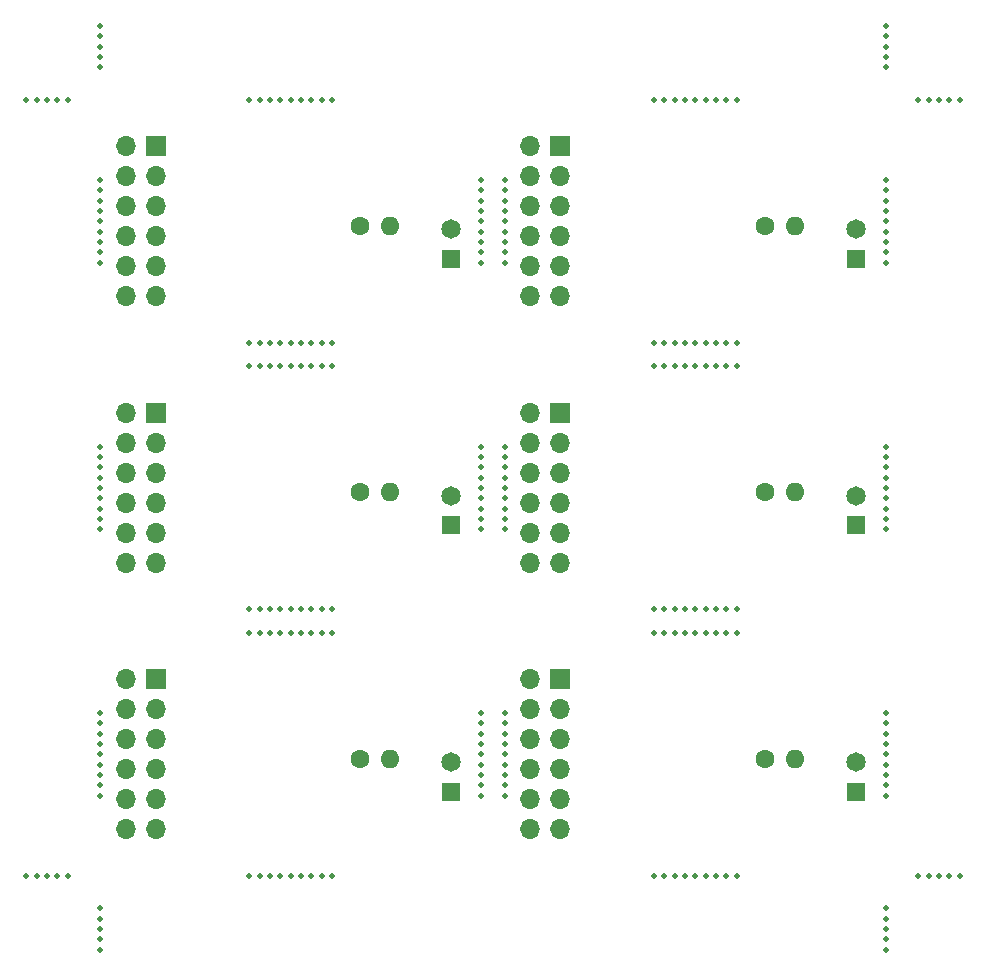
<source format=gbr>
%TF.GenerationSoftware,KiCad,Pcbnew,7.0.9*%
%TF.CreationDate,2024-01-17T02:03:21+09:00*%
%TF.ProjectId,kikit,6b696b69-742e-46b6-9963-61645f706362,rev?*%
%TF.SameCoordinates,Original*%
%TF.FileFunction,Soldermask,Bot*%
%TF.FilePolarity,Negative*%
%FSLAX46Y46*%
G04 Gerber Fmt 4.6, Leading zero omitted, Abs format (unit mm)*
G04 Created by KiCad (PCBNEW 7.0.9) date 2024-01-17 02:03:21*
%MOMM*%
%LPD*%
G01*
G04 APERTURE LIST*
%ADD10C,0.500000*%
%ADD11C,1.600000*%
%ADD12O,1.600000X1.600000*%
%ADD13R,1.700000X1.700000*%
%ADD14O,1.700000X1.700000*%
%ADD15R,1.650000X1.650000*%
%ADD16C,1.650000*%
G04 APERTURE END LIST*
D10*
%TO.C,KiKit_MB_21_5*%
X149500000Y-82435000D03*
%TD*%
%TO.C,KiKit_MB_5_4*%
X149500000Y-38162000D03*
%TD*%
%TO.C,KiKit_MB_13_3*%
X149500000Y-61611000D03*
%TD*%
%TO.C,KiKit_MB_5_5*%
X149500000Y-37287000D03*
%TD*%
%TO.C,KiKit_MB_10_4*%
X147500000Y-58986000D03*
%TD*%
%TO.C,KiKit_MB_20_5*%
X131371000Y-92722000D03*
%TD*%
%TO.C,KiKit_MB_16_5*%
X165629000Y-70148000D03*
%TD*%
%TO.C,KiKit_MB_20_8*%
X128746000Y-92722000D03*
%TD*%
%TO.C,KiKit_MB_15_3*%
X163879000Y-49574000D03*
%TD*%
%TO.C,KiKit_MB_5_9*%
X149500000Y-33787000D03*
%TD*%
%TO.C,KiKit_MB_22_4*%
X181758000Y-81560000D03*
%TD*%
%TO.C,KiKit_MB_9_5*%
X115242000Y-59861000D03*
%TD*%
%TO.C,KiKit_MB_13_5*%
X149500000Y-59861000D03*
%TD*%
%TO.C,KiKit_MB_32_3*%
X184508000Y-92722000D03*
%TD*%
%TO.C,KiKit_MB_12_4*%
X132246000Y-70148000D03*
%TD*%
%TO.C,KiKit_MB_15_2*%
X163004000Y-49574000D03*
%TD*%
%TO.C,KiKit_MB_17_3*%
X115242000Y-84185000D03*
%TD*%
%TO.C,KiKit_MB_16_2*%
X168254000Y-70148000D03*
%TD*%
%TO.C,KiKit_MB_31_6*%
X187133000Y-27000000D03*
%TD*%
D11*
%TO.C,R1*%
X137232000Y-60242000D03*
D12*
X139772000Y-60242000D03*
%TD*%
D10*
%TO.C,KiKit_MB_27_7*%
X115242000Y-98972000D03*
%TD*%
%TO.C,KiKit_MB_1_8*%
X115242000Y-34662000D03*
%TD*%
%TO.C,KiKit_MB_13_2*%
X149500000Y-62486000D03*
%TD*%
%TO.C,KiKit_MB_15_8*%
X168254000Y-49574000D03*
%TD*%
%TO.C,KiKit_MB_14_3*%
X181758000Y-58111000D03*
%TD*%
%TO.C,KiKit_MB_3_3*%
X129621000Y-27000000D03*
%TD*%
%TO.C,KiKit_MB_6_3*%
X181758000Y-35537000D03*
%TD*%
%TO.C,KiKit_MB_8_5*%
X165629000Y-47574000D03*
%TD*%
%TO.C,KiKit_MB_2_1*%
X147500000Y-33787000D03*
%TD*%
%TO.C,KiKit_MB_22_6*%
X181758000Y-83310000D03*
%TD*%
%TO.C,KiKit_MB_18_1*%
X147500000Y-78935000D03*
%TD*%
%TO.C,KiKit_MB_1_4*%
X115242000Y-38162000D03*
%TD*%
%TO.C,KiKit_MB_16_9*%
X162129000Y-70148000D03*
%TD*%
%TO.C,KiKit_MB_17_7*%
X115242000Y-80685000D03*
%TD*%
%TO.C,KiKit_MB_26_6*%
X181758000Y-23375000D03*
%TD*%
%TO.C,KiKit_MB_22_5*%
X181758000Y-82435000D03*
%TD*%
%TO.C,KiKit_MB_7_2*%
X163004000Y-27000000D03*
%TD*%
%TO.C,KiKit_MB_10_1*%
X147500000Y-56361000D03*
%TD*%
%TO.C,KiKit_MB_31_7*%
X188008000Y-27000000D03*
%TD*%
D13*
%TO.C,J2*%
X119941000Y-53511000D03*
D14*
X119941000Y-56051000D03*
X119941000Y-58591000D03*
X119941000Y-61131000D03*
X119941000Y-63671000D03*
X119941000Y-66211000D03*
X117401000Y-53511000D03*
X117401000Y-56051000D03*
X117401000Y-58591000D03*
X117401000Y-61131000D03*
X117401000Y-63671000D03*
X117401000Y-66211000D03*
%TD*%
D10*
%TO.C,KiKit_MB_20_9*%
X127871000Y-92722000D03*
%TD*%
%TO.C,KiKit_MB_31_4*%
X185383000Y-27000000D03*
%TD*%
%TO.C,KiKit_MB_20_2*%
X133996000Y-92722000D03*
%TD*%
%TO.C,KiKit_MB_23_2*%
X163004000Y-72148000D03*
%TD*%
D15*
%TO.C,J1*%
X179218000Y-40462000D03*
D16*
X179218000Y-37962000D03*
%TD*%
D10*
%TO.C,KiKit_MB_17_6*%
X115242000Y-81560000D03*
%TD*%
%TO.C,KiKit_MB_10_5*%
X147500000Y-59861000D03*
%TD*%
D13*
%TO.C,J2*%
X154199000Y-30937000D03*
D14*
X154199000Y-33477000D03*
X154199000Y-36017000D03*
X154199000Y-38557000D03*
X154199000Y-41097000D03*
X154199000Y-43637000D03*
X151659000Y-30937000D03*
X151659000Y-33477000D03*
X151659000Y-36017000D03*
X151659000Y-38557000D03*
X151659000Y-41097000D03*
X151659000Y-43637000D03*
%TD*%
D10*
%TO.C,KiKit_MB_21_4*%
X149500000Y-83310000D03*
%TD*%
%TO.C,KiKit_MB_2_2*%
X147500000Y-34662000D03*
%TD*%
%TO.C,KiKit_MB_1_7*%
X115242000Y-35537000D03*
%TD*%
%TO.C,KiKit_MB_3_5*%
X131371000Y-27000000D03*
%TD*%
%TO.C,KiKit_MB_4_2*%
X133996000Y-47574000D03*
%TD*%
%TO.C,KiKit_MB_3_4*%
X130496000Y-27000000D03*
%TD*%
%TO.C,KiKit_MB_23_9*%
X169129000Y-72148000D03*
%TD*%
%TO.C,KiKit_MB_30_3*%
X108992000Y-92722000D03*
%TD*%
%TO.C,KiKit_MB_8_6*%
X164754000Y-47574000D03*
%TD*%
%TO.C,KiKit_MB_16_4*%
X166504000Y-70148000D03*
%TD*%
D13*
%TO.C,J2*%
X119941000Y-76085000D03*
D14*
X119941000Y-78625000D03*
X119941000Y-81165000D03*
X119941000Y-83705000D03*
X119941000Y-86245000D03*
X119941000Y-88785000D03*
X117401000Y-76085000D03*
X117401000Y-78625000D03*
X117401000Y-81165000D03*
X117401000Y-83705000D03*
X117401000Y-86245000D03*
X117401000Y-88785000D03*
%TD*%
D10*
%TO.C,KiKit_MB_24_5*%
X165629000Y-92722000D03*
%TD*%
%TO.C,KiKit_MB_26_4*%
X181758000Y-21625000D03*
%TD*%
%TO.C,KiKit_MB_8_8*%
X163004000Y-47574000D03*
%TD*%
%TO.C,KiKit_MB_11_8*%
X133996000Y-49574000D03*
%TD*%
%TO.C,KiKit_MB_1_2*%
X115242000Y-39912000D03*
%TD*%
%TO.C,KiKit_MB_8_2*%
X168254000Y-47574000D03*
%TD*%
%TO.C,KiKit_MB_32_6*%
X187133000Y-92722000D03*
%TD*%
%TO.C,KiKit_MB_12_9*%
X127871000Y-70148000D03*
%TD*%
%TO.C,KiKit_MB_10_2*%
X147500000Y-57236000D03*
%TD*%
%TO.C,KiKit_MB_11_3*%
X129621000Y-49574000D03*
%TD*%
%TO.C,KiKit_MB_21_6*%
X149500000Y-81560000D03*
%TD*%
%TO.C,KiKit_MB_24_8*%
X163004000Y-92722000D03*
%TD*%
%TO.C,KiKit_MB_7_3*%
X163879000Y-27000000D03*
%TD*%
%TO.C,KiKit_MB_23_5*%
X165629000Y-72148000D03*
%TD*%
%TO.C,KiKit_MB_19_3*%
X129621000Y-72148000D03*
%TD*%
%TO.C,KiKit_MB_19_1*%
X127871000Y-72148000D03*
%TD*%
%TO.C,KiKit_MB_11_5*%
X131371000Y-49574000D03*
%TD*%
%TO.C,KiKit_MB_17_1*%
X115242000Y-85935000D03*
%TD*%
%TO.C,KiKit_MB_10_9*%
X147500000Y-63361000D03*
%TD*%
%TO.C,KiKit_MB_7_6*%
X166504000Y-27000000D03*
%TD*%
%TO.C,KiKit_MB_30_7*%
X112492000Y-92722000D03*
%TD*%
%TO.C,KiKit_MB_19_6*%
X132246000Y-72148000D03*
%TD*%
%TO.C,KiKit_MB_21_2*%
X149500000Y-85060000D03*
%TD*%
%TO.C,KiKit_MB_9_1*%
X115242000Y-63361000D03*
%TD*%
D15*
%TO.C,J1*%
X144960000Y-85610000D03*
D16*
X144960000Y-83110000D03*
%TD*%
D10*
%TO.C,KiKit_MB_12_8*%
X128746000Y-70148000D03*
%TD*%
D13*
%TO.C,J2*%
X154199000Y-53511000D03*
D14*
X154199000Y-56051000D03*
X154199000Y-58591000D03*
X154199000Y-61131000D03*
X154199000Y-63671000D03*
X154199000Y-66211000D03*
X151659000Y-53511000D03*
X151659000Y-56051000D03*
X151659000Y-58591000D03*
X151659000Y-61131000D03*
X151659000Y-63671000D03*
X151659000Y-66211000D03*
%TD*%
D10*
%TO.C,KiKit_MB_28_5*%
X181758000Y-97222000D03*
%TD*%
%TO.C,KiKit_MB_4_5*%
X131371000Y-47574000D03*
%TD*%
%TO.C,KiKit_MB_6_4*%
X181758000Y-36412000D03*
%TD*%
%TO.C,KiKit_MB_2_6*%
X147500000Y-38162000D03*
%TD*%
%TO.C,KiKit_MB_25_6*%
X115242000Y-23375000D03*
%TD*%
%TO.C,KiKit_MB_11_7*%
X133121000Y-49574000D03*
%TD*%
D11*
%TO.C,R1*%
X171490000Y-37668000D03*
D12*
X174030000Y-37668000D03*
%TD*%
D10*
%TO.C,KiKit_MB_12_1*%
X134871000Y-70148000D03*
%TD*%
%TO.C,KiKit_MB_20_7*%
X129621000Y-92722000D03*
%TD*%
%TO.C,KiKit_MB_22_8*%
X181758000Y-85060000D03*
%TD*%
%TO.C,KiKit_MB_12_2*%
X133996000Y-70148000D03*
%TD*%
%TO.C,KiKit_MB_24_3*%
X167379000Y-92722000D03*
%TD*%
%TO.C,KiKit_MB_28_3*%
X181758000Y-95472000D03*
%TD*%
%TO.C,KiKit_MB_18_3*%
X147500000Y-80685000D03*
%TD*%
%TO.C,KiKit_MB_6_9*%
X181758000Y-40787000D03*
%TD*%
%TO.C,KiKit_MB_22_9*%
X181758000Y-85935000D03*
%TD*%
%TO.C,KiKit_MB_2_4*%
X147500000Y-36412000D03*
%TD*%
%TO.C,KiKit_MB_18_6*%
X147500000Y-83310000D03*
%TD*%
%TO.C,KiKit_MB_12_5*%
X131371000Y-70148000D03*
%TD*%
%TO.C,KiKit_MB_4_6*%
X130496000Y-47574000D03*
%TD*%
%TO.C,KiKit_MB_14_6*%
X181758000Y-60736000D03*
%TD*%
%TO.C,KiKit_MB_27_6*%
X115242000Y-98097000D03*
%TD*%
%TO.C,KiKit_MB_29_5*%
X110742000Y-27000000D03*
%TD*%
%TO.C,KiKit_MB_18_9*%
X147500000Y-85935000D03*
%TD*%
%TO.C,KiKit_MB_7_4*%
X164754000Y-27000000D03*
%TD*%
D13*
%TO.C,J2*%
X154199000Y-76085000D03*
D14*
X154199000Y-78625000D03*
X154199000Y-81165000D03*
X154199000Y-83705000D03*
X154199000Y-86245000D03*
X154199000Y-88785000D03*
X151659000Y-76085000D03*
X151659000Y-78625000D03*
X151659000Y-81165000D03*
X151659000Y-83705000D03*
X151659000Y-86245000D03*
X151659000Y-88785000D03*
%TD*%
D10*
%TO.C,KiKit_MB_4_1*%
X134871000Y-47574000D03*
%TD*%
%TO.C,KiKit_MB_1_3*%
X115242000Y-39037000D03*
%TD*%
%TO.C,KiKit_MB_10_7*%
X147500000Y-61611000D03*
%TD*%
%TO.C,KiKit_MB_16_8*%
X163004000Y-70148000D03*
%TD*%
%TO.C,KiKit_MB_25_7*%
X115242000Y-24250000D03*
%TD*%
%TO.C,KiKit_MB_5_6*%
X149500000Y-36412000D03*
%TD*%
%TO.C,KiKit_MB_25_4*%
X115242000Y-21625000D03*
%TD*%
%TO.C,KiKit_MB_11_4*%
X130496000Y-49574000D03*
%TD*%
%TO.C,KiKit_MB_21_7*%
X149500000Y-80685000D03*
%TD*%
%TO.C,KiKit_MB_1_9*%
X115242000Y-33787000D03*
%TD*%
%TO.C,KiKit_MB_3_7*%
X133121000Y-27000000D03*
%TD*%
%TO.C,KiKit_MB_15_1*%
X162129000Y-49574000D03*
%TD*%
%TO.C,KiKit_MB_7_9*%
X169129000Y-27000000D03*
%TD*%
D11*
%TO.C,R1*%
X137232000Y-82816000D03*
D12*
X139772000Y-82816000D03*
%TD*%
D10*
%TO.C,KiKit_MB_9_6*%
X115242000Y-58986000D03*
%TD*%
%TO.C,KiKit_MB_13_7*%
X149500000Y-58111000D03*
%TD*%
%TO.C,KiKit_MB_19_7*%
X133121000Y-72148000D03*
%TD*%
%TO.C,KiKit_MB_4_4*%
X132246000Y-47574000D03*
%TD*%
%TO.C,KiKit_MB_23_6*%
X166504000Y-72148000D03*
%TD*%
%TO.C,KiKit_MB_8_3*%
X167379000Y-47574000D03*
%TD*%
%TO.C,KiKit_MB_19_8*%
X133996000Y-72148000D03*
%TD*%
%TO.C,KiKit_MB_14_5*%
X181758000Y-59861000D03*
%TD*%
%TO.C,KiKit_MB_31_5*%
X186258000Y-27000000D03*
%TD*%
%TO.C,KiKit_MB_6_7*%
X181758000Y-39037000D03*
%TD*%
%TO.C,KiKit_MB_14_4*%
X181758000Y-58986000D03*
%TD*%
%TO.C,KiKit_MB_24_9*%
X162129000Y-92722000D03*
%TD*%
%TO.C,KiKit_MB_12_7*%
X129621000Y-70148000D03*
%TD*%
%TO.C,KiKit_MB_24_2*%
X168254000Y-92722000D03*
%TD*%
%TO.C,KiKit_MB_13_8*%
X149500000Y-57236000D03*
%TD*%
%TO.C,KiKit_MB_2_9*%
X147500000Y-40787000D03*
%TD*%
%TO.C,KiKit_MB_16_7*%
X163879000Y-70148000D03*
%TD*%
%TO.C,KiKit_MB_17_5*%
X115242000Y-82435000D03*
%TD*%
%TO.C,KiKit_MB_14_2*%
X181758000Y-57236000D03*
%TD*%
%TO.C,KiKit_MB_14_8*%
X181758000Y-62486000D03*
%TD*%
%TO.C,KiKit_MB_21_1*%
X149500000Y-85935000D03*
%TD*%
%TO.C,KiKit_MB_32_5*%
X186258000Y-92722000D03*
%TD*%
%TO.C,KiKit_MB_3_1*%
X127871000Y-27000000D03*
%TD*%
%TO.C,KiKit_MB_7_7*%
X167379000Y-27000000D03*
%TD*%
%TO.C,KiKit_MB_5_8*%
X149500000Y-34662000D03*
%TD*%
%TO.C,KiKit_MB_14_7*%
X181758000Y-61611000D03*
%TD*%
%TO.C,KiKit_MB_6_5*%
X181758000Y-37287000D03*
%TD*%
%TO.C,KiKit_MB_8_4*%
X166504000Y-47574000D03*
%TD*%
%TO.C,KiKit_MB_8_7*%
X163879000Y-47574000D03*
%TD*%
%TO.C,KiKit_MB_30_6*%
X111617000Y-92722000D03*
%TD*%
%TO.C,KiKit_MB_6_8*%
X181758000Y-39912000D03*
%TD*%
%TO.C,KiKit_MB_9_3*%
X115242000Y-61611000D03*
%TD*%
%TO.C,KiKit_MB_26_5*%
X181758000Y-22500000D03*
%TD*%
%TO.C,KiKit_MB_11_9*%
X134871000Y-49574000D03*
%TD*%
%TO.C,KiKit_MB_17_9*%
X115242000Y-78935000D03*
%TD*%
%TO.C,KiKit_MB_28_4*%
X181758000Y-96347000D03*
%TD*%
%TO.C,KiKit_MB_23_1*%
X162129000Y-72148000D03*
%TD*%
%TO.C,KiKit_MB_21_3*%
X149500000Y-84185000D03*
%TD*%
%TO.C,KiKit_MB_23_8*%
X168254000Y-72148000D03*
%TD*%
%TO.C,KiKit_MB_4_9*%
X127871000Y-47574000D03*
%TD*%
%TO.C,KiKit_MB_5_2*%
X149500000Y-39912000D03*
%TD*%
%TO.C,KiKit_MB_1_6*%
X115242000Y-36412000D03*
%TD*%
%TO.C,KiKit_MB_29_4*%
X109867000Y-27000000D03*
%TD*%
%TO.C,KiKit_MB_9_7*%
X115242000Y-58111000D03*
%TD*%
%TO.C,KiKit_MB_30_4*%
X109867000Y-92722000D03*
%TD*%
%TO.C,KiKit_MB_9_8*%
X115242000Y-57236000D03*
%TD*%
%TO.C,KiKit_MB_27_4*%
X115242000Y-96347000D03*
%TD*%
%TO.C,KiKit_MB_18_8*%
X147500000Y-85060000D03*
%TD*%
%TO.C,KiKit_MB_4_7*%
X129621000Y-47574000D03*
%TD*%
%TO.C,KiKit_MB_6_6*%
X181758000Y-38162000D03*
%TD*%
%TO.C,KiKit_MB_18_5*%
X147500000Y-82435000D03*
%TD*%
%TO.C,KiKit_MB_1_1*%
X115242000Y-40787000D03*
%TD*%
%TO.C,KiKit_MB_27_3*%
X115242000Y-95472000D03*
%TD*%
%TO.C,KiKit_MB_15_4*%
X164754000Y-49574000D03*
%TD*%
%TO.C,KiKit_MB_21_9*%
X149500000Y-78935000D03*
%TD*%
%TO.C,KiKit_MB_9_4*%
X115242000Y-60736000D03*
%TD*%
%TO.C,KiKit_MB_3_2*%
X128746000Y-27000000D03*
%TD*%
D15*
%TO.C,J1*%
X179218000Y-85610000D03*
D16*
X179218000Y-83110000D03*
%TD*%
D10*
%TO.C,KiKit_MB_4_3*%
X133121000Y-47574000D03*
%TD*%
%TO.C,KiKit_MB_12_6*%
X130496000Y-70148000D03*
%TD*%
%TO.C,KiKit_MB_16_6*%
X164754000Y-70148000D03*
%TD*%
%TO.C,KiKit_MB_32_7*%
X188008000Y-92722000D03*
%TD*%
%TO.C,KiKit_MB_17_2*%
X115242000Y-85060000D03*
%TD*%
%TO.C,KiKit_MB_11_2*%
X128746000Y-49574000D03*
%TD*%
D15*
%TO.C,J1*%
X144960000Y-63036000D03*
D16*
X144960000Y-60536000D03*
%TD*%
D10*
%TO.C,KiKit_MB_14_1*%
X181758000Y-56361000D03*
%TD*%
%TO.C,KiKit_MB_29_3*%
X108992000Y-27000000D03*
%TD*%
%TO.C,KiKit_MB_2_8*%
X147500000Y-39912000D03*
%TD*%
%TO.C,KiKit_MB_20_3*%
X133121000Y-92722000D03*
%TD*%
%TO.C,KiKit_MB_24_4*%
X166504000Y-92722000D03*
%TD*%
%TO.C,KiKit_MB_23_7*%
X167379000Y-72148000D03*
%TD*%
%TO.C,KiKit_MB_26_3*%
X181758000Y-20750000D03*
%TD*%
%TO.C,KiKit_MB_23_3*%
X163879000Y-72148000D03*
%TD*%
%TO.C,KiKit_MB_3_6*%
X132246000Y-27000000D03*
%TD*%
%TO.C,KiKit_MB_15_7*%
X167379000Y-49574000D03*
%TD*%
%TO.C,KiKit_MB_13_1*%
X149500000Y-63361000D03*
%TD*%
%TO.C,KiKit_MB_24_7*%
X163879000Y-92722000D03*
%TD*%
D13*
%TO.C,J2*%
X119941000Y-30937000D03*
D14*
X119941000Y-33477000D03*
X119941000Y-36017000D03*
X119941000Y-38557000D03*
X119941000Y-41097000D03*
X119941000Y-43637000D03*
X117401000Y-30937000D03*
X117401000Y-33477000D03*
X117401000Y-36017000D03*
X117401000Y-38557000D03*
X117401000Y-41097000D03*
X117401000Y-43637000D03*
%TD*%
D10*
%TO.C,KiKit_MB_18_2*%
X147500000Y-79810000D03*
%TD*%
%TO.C,KiKit_MB_8_1*%
X169129000Y-47574000D03*
%TD*%
%TO.C,KiKit_MB_22_1*%
X181758000Y-78935000D03*
%TD*%
%TO.C,KiKit_MB_31_3*%
X184508000Y-27000000D03*
%TD*%
%TO.C,KiKit_MB_14_9*%
X181758000Y-63361000D03*
%TD*%
%TO.C,KiKit_MB_22_7*%
X181758000Y-84185000D03*
%TD*%
D11*
%TO.C,R1*%
X171490000Y-60242000D03*
D12*
X174030000Y-60242000D03*
%TD*%
D10*
%TO.C,KiKit_MB_13_6*%
X149500000Y-58986000D03*
%TD*%
%TO.C,KiKit_MB_2_7*%
X147500000Y-39037000D03*
%TD*%
%TO.C,KiKit_MB_10_6*%
X147500000Y-60736000D03*
%TD*%
%TO.C,KiKit_MB_13_4*%
X149500000Y-60736000D03*
%TD*%
%TO.C,KiKit_MB_15_5*%
X165629000Y-49574000D03*
%TD*%
%TO.C,KiKit_MB_15_6*%
X166504000Y-49574000D03*
%TD*%
%TO.C,KiKit_MB_10_8*%
X147500000Y-62486000D03*
%TD*%
%TO.C,KiKit_MB_20_6*%
X130496000Y-92722000D03*
%TD*%
%TO.C,KiKit_MB_23_4*%
X164754000Y-72148000D03*
%TD*%
%TO.C,KiKit_MB_32_4*%
X185383000Y-92722000D03*
%TD*%
D15*
%TO.C,J1*%
X179218000Y-63036000D03*
D16*
X179218000Y-60536000D03*
%TD*%
D10*
%TO.C,KiKit_MB_27_5*%
X115242000Y-97222000D03*
%TD*%
%TO.C,KiKit_MB_22_3*%
X181758000Y-80685000D03*
%TD*%
%TO.C,KiKit_MB_8_9*%
X162129000Y-47574000D03*
%TD*%
%TO.C,KiKit_MB_5_1*%
X149500000Y-40787000D03*
%TD*%
%TO.C,KiKit_MB_17_8*%
X115242000Y-79810000D03*
%TD*%
%TO.C,KiKit_MB_3_8*%
X133996000Y-27000000D03*
%TD*%
%TO.C,KiKit_MB_28_7*%
X181758000Y-98972000D03*
%TD*%
%TO.C,KiKit_MB_16_3*%
X167379000Y-70148000D03*
%TD*%
%TO.C,KiKit_MB_20_1*%
X134871000Y-92722000D03*
%TD*%
%TO.C,KiKit_MB_19_2*%
X128746000Y-72148000D03*
%TD*%
%TO.C,KiKit_MB_21_8*%
X149500000Y-79810000D03*
%TD*%
%TO.C,KiKit_MB_30_5*%
X110742000Y-92722000D03*
%TD*%
%TO.C,KiKit_MB_1_5*%
X115242000Y-37287000D03*
%TD*%
%TO.C,KiKit_MB_3_9*%
X134871000Y-27000000D03*
%TD*%
%TO.C,KiKit_MB_18_4*%
X147500000Y-81560000D03*
%TD*%
D11*
%TO.C,R1*%
X171490000Y-82816000D03*
D12*
X174030000Y-82816000D03*
%TD*%
D10*
%TO.C,KiKit_MB_5_7*%
X149500000Y-35537000D03*
%TD*%
%TO.C,KiKit_MB_17_4*%
X115242000Y-83310000D03*
%TD*%
%TO.C,KiKit_MB_25_5*%
X115242000Y-22500000D03*
%TD*%
%TO.C,KiKit_MB_9_2*%
X115242000Y-62486000D03*
%TD*%
%TO.C,KiKit_MB_7_5*%
X165629000Y-27000000D03*
%TD*%
%TO.C,KiKit_MB_24_1*%
X169129000Y-92722000D03*
%TD*%
%TO.C,KiKit_MB_26_7*%
X181758000Y-24250000D03*
%TD*%
%TO.C,KiKit_MB_11_1*%
X127871000Y-49574000D03*
%TD*%
%TO.C,KiKit_MB_2_5*%
X147500000Y-37287000D03*
%TD*%
%TO.C,KiKit_MB_5_3*%
X149500000Y-39037000D03*
%TD*%
%TO.C,KiKit_MB_20_4*%
X132246000Y-92722000D03*
%TD*%
%TO.C,KiKit_MB_24_6*%
X164754000Y-92722000D03*
%TD*%
%TO.C,KiKit_MB_10_3*%
X147500000Y-58111000D03*
%TD*%
%TO.C,KiKit_MB_29_7*%
X112492000Y-27000000D03*
%TD*%
%TO.C,KiKit_MB_7_8*%
X168254000Y-27000000D03*
%TD*%
D15*
%TO.C,J1*%
X144960000Y-40462000D03*
D16*
X144960000Y-37962000D03*
%TD*%
D10*
%TO.C,KiKit_MB_11_6*%
X132246000Y-49574000D03*
%TD*%
%TO.C,KiKit_MB_19_5*%
X131371000Y-72148000D03*
%TD*%
%TO.C,KiKit_MB_2_3*%
X147500000Y-35537000D03*
%TD*%
%TO.C,KiKit_MB_6_2*%
X181758000Y-34662000D03*
%TD*%
%TO.C,KiKit_MB_22_2*%
X181758000Y-79810000D03*
%TD*%
%TO.C,KiKit_MB_9_9*%
X115242000Y-56361000D03*
%TD*%
D11*
%TO.C,R1*%
X137232000Y-37668000D03*
D12*
X139772000Y-37668000D03*
%TD*%
D10*
%TO.C,KiKit_MB_19_4*%
X130496000Y-72148000D03*
%TD*%
%TO.C,KiKit_MB_18_7*%
X147500000Y-84185000D03*
%TD*%
%TO.C,KiKit_MB_29_6*%
X111617000Y-27000000D03*
%TD*%
%TO.C,KiKit_MB_28_6*%
X181758000Y-98097000D03*
%TD*%
%TO.C,KiKit_MB_12_3*%
X133121000Y-70148000D03*
%TD*%
%TO.C,KiKit_MB_13_9*%
X149500000Y-56361000D03*
%TD*%
%TO.C,KiKit_MB_19_9*%
X134871000Y-72148000D03*
%TD*%
%TO.C,KiKit_MB_16_1*%
X169129000Y-70148000D03*
%TD*%
%TO.C,KiKit_MB_25_3*%
X115242000Y-20750000D03*
%TD*%
%TO.C,KiKit_MB_15_9*%
X169129000Y-49574000D03*
%TD*%
%TO.C,KiKit_MB_7_1*%
X162129000Y-27000000D03*
%TD*%
%TO.C,KiKit_MB_6_1*%
X181758000Y-33787000D03*
%TD*%
%TO.C,KiKit_MB_4_8*%
X128746000Y-47574000D03*
%TD*%
M02*

</source>
